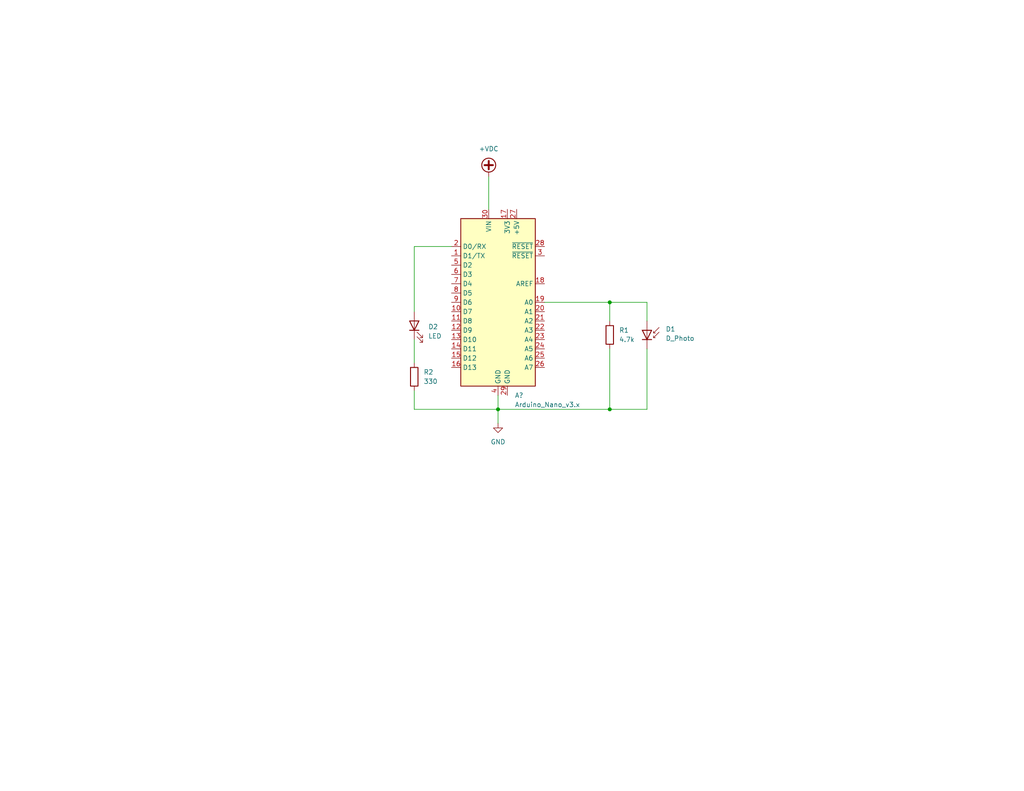
<source format=kicad_sch>
(kicad_sch (version 20211123) (generator eeschema)
  (paper "A")
  (lib_symbols
    (symbol "Device:D_Photo" (pin_numbers hide) (pin_names hide)
      (property "Reference" "D" (at 0.508 1.778 0))
      (property "Value" "D_Photo" (at -1.016 -2.794 0))
      (symbol "D_Photo_0_1"
        (polyline (pts (xy -2.54 1.27) (xy -2.54 -1.27)) (stroke (width 0.254)))
        (polyline (pts (xy -2.032 1.778) (xy -1.524 1.778)))
        (polyline (pts (xy 0 0) (xy -2.54 0)))
        (polyline (pts (xy -0.508 3.302) (xy -2.032 1.778) (xy -2.032 2.286)))
        (polyline (pts (xy 0 -1.27) (xy 0 1.27) (xy -2.54 0) (xy 0 -1.27)) (stroke (width 0.254)))
        (polyline (pts (xy 0.762 3.302) (xy -0.762 1.778) (xy -0.762 2.286) (xy -0.762 1.778) (xy -0.254 1.778)))
      )
      (symbol "D_Photo_1_1"
        (pin passive line (at -5.08 0 0) (length 2.54) (name "K") (number "1"))
        (pin passive line (at 2.54 0 180) (length 2.54) (name "A") (number "2"))
      )
    )
    (symbol "Device:LED" (pin_numbers hide) (pin_names (offset 1.016) hide)
      (property "Reference" "D" (at 0 2.54 0))
      (property "Value" "LED" (at 0 -2.54 0))
      (symbol "LED_0_1"
        (polyline (pts (xy -1.27 -1.27) (xy -1.27 1.27)) (stroke (width 0.254)))
        (polyline (pts (xy -1.27 0) (xy 1.27 0)))
        (polyline (pts (xy 1.27 -1.27) (xy 1.27 1.27) (xy -1.27 0) (xy 1.27 -1.27)) (stroke (width 0.254)))
        (polyline (pts (xy -3.048 -0.762) (xy -4.572 -2.286) (xy -3.81 -2.286) (xy -4.572 -2.286) (xy -4.572 -1.524)))
        (polyline (pts (xy -1.778 -0.762) (xy -3.302 -2.286) (xy -2.54 -2.286) (xy -3.302 -2.286) (xy -3.302 -1.524)))
      )
      (symbol "LED_1_1"
        (pin passive line (at -3.81 0 0) (length 2.54) (name "K") (number "1"))
        (pin passive line (at 3.81 0 180) (length 2.54) (name "A") (number "2"))
      )
    )
    (symbol "Device:R" (pin_numbers hide) (pin_names (offset 0))
      (property "Reference" "R" (at 2.032 0 90))
      (property "Value" "R" (at 0 0 90))
      (symbol "R_0_1"
        (rectangle (start -1.016 -2.54) (end 1.016 2.54) (stroke (width 0.254)))
      )
      (symbol "R_1_1"
        (pin passive line (at 0 3.81 270) (length 1.27) (name "~") (number "1"))
        (pin passive line (at 0 -3.81 90) (length 1.27) (name "~") (number "2"))
      )
    )
    (symbol "MCU_Module:Arduino_Nano_v3.x"
      (property "Reference" "A" (at -10.16 23.495 0))
      (property "Value" "Arduino_Nano_v3.x" (at 5.08 -24.13 0))
      (symbol "Arduino_Nano_v3.x_0_1"
        (rectangle (start -10.16 22.86) (end 10.16 -22.86) (stroke (width 0.254)) (fill (type background)))
      )
      (symbol "Arduino_Nano_v3.x_1_1"
        (pin bidirectional line (at -12.7 12.7 0) (length 2.54) (name "D1/TX") (number "1"))
        (pin bidirectional line (at -12.7 -2.54 0) (length 2.54) (name "D7") (number "10"))
        (pin bidirectional line (at -12.7 -5.08 0) (length 2.54) (name "D8") (number "11"))
        (pin bidirectional line (at -12.7 -7.62 0) (length 2.54) (name "D9") (number "12"))
        (pin bidirectional line (at -12.7 -10.16 0) (length 2.54) (name "D10") (number "13"))
        (pin bidirectional line (at -12.7 -12.7 0) (length 2.54) (name "D11") (number "14"))
        (pin bidirectional line (at -12.7 -15.24 0) (length 2.54) (name "D12") (number "15"))
        (pin bidirectional line (at -12.7 -17.78 0) (length 2.54) (name "D13") (number "16"))
        (pin power_out line (at 2.54 25.4 270) (length 2.54) (name "3V3") (number "17"))
        (pin input line (at 12.7 5.08 180) (length 2.54) (name "AREF") (number "18"))
        (pin bidirectional line (at 12.7 0 180) (length 2.54) (name "A0") (number "19"))
        (pin bidirectional line (at -12.7 15.24 0) (length 2.54) (name "D0/RX") (number "2"))
        (pin bidirectional line (at 12.7 -2.54 180) (length 2.54) (name "A1") (number "20"))
        (pin bidirectional line (at 12.7 -5.08 180) (length 2.54) (name "A2") (number "21"))
        (pin bidirectional line (at 12.7 -7.62 180) (length 2.54) (name "A3") (number "22"))
        (pin bidirectional line (at 12.7 -10.16 180) (length 2.54) (name "A4") (number "23"))
        (pin bidirectional line (at 12.7 -12.7 180) (length 2.54) (name "A5") (number "24"))
        (pin bidirectional line (at 12.7 -15.24 180) (length 2.54) (name "A6") (number "25"))
        (pin bidirectional line (at 12.7 -17.78 180) (length 2.54) (name "A7") (number "26"))
        (pin power_out line (at 5.08 25.4 270) (length 2.54) (name "+5V") (number "27"))
        (pin input line (at 12.7 15.24 180) (length 2.54) (name "~{RESET}") (number "28"))
        (pin power_in line (at 2.54 -25.4 90) (length 2.54) (name "GND") (number "29"))
        (pin input line (at 12.7 12.7 180) (length 2.54) (name "~{RESET}") (number "3"))
        (pin power_in line (at -2.54 25.4 270) (length 2.54) (name "VIN") (number "30"))
        (pin power_in line (at 0 -25.4 90) (length 2.54) (name "GND") (number "4"))
        (pin bidirectional line (at -12.7 10.16 0) (length 2.54) (name "D2") (number "5"))
        (pin bidirectional line (at -12.7 7.62 0) (length 2.54) (name "D3") (number "6"))
        (pin bidirectional line (at -12.7 5.08 0) (length 2.54) (name "D4") (number "7"))
        (pin bidirectional line (at -12.7 2.54 0) (length 2.54) (name "D5") (number "8"))
        (pin bidirectional line (at -12.7 0 0) (length 2.54) (name "D6") (number "9"))
      )
    )
    (symbol "power:+VDC" (power) (pin_names (offset 0))
      (property "Value" "+VDC" (at 0 6.35 0))
      (symbol "+VDC_0_1"
        (polyline (pts (xy -1.143 3.175) (xy 1.143 3.175)) (stroke (width 0.508)))
        (polyline (pts (xy 0 0) (xy 0 1.27)))
        (polyline (pts (xy 0 2.032) (xy 0 4.318)) (stroke (width 0.508)))
        (circle (center 0 3.175) (radius 1.905) (stroke (width 0.254)))
      )
      (symbol "+VDC_1_1"
        (pin power_in line (at 0 0 90) (length 0) hide (name "+VDC") (number "1"))
      )
    )
    (symbol "power:GND" (power) (pin_names (offset 0))
      (property "Value" "GND" (at 0 -3.81 0))
      (symbol "GND_0_1"
        (polyline (pts (xy 0 0) (xy 0 -1.27) (xy 1.27 -1.27) (xy 0 -2.54) (xy -1.27 -1.27) (xy 0 -1.27)))
      )
      (symbol "GND_1_1"
        (pin power_in line (at 0 0 270) (length 0) hide (name "GND") (number "1"))
      )
    )
  )
  (junction (at 166.37 111.76))
  (junction (at 135.89 111.76))
  (junction (at 166.37 82.55))
  (wire (pts (xy 113.03 106.68) (xy 113.03 111.76)))
  (wire (pts (xy 166.37 82.55) (xy 166.37 87.63)))
  (wire (pts (xy 176.53 87.63) (xy 176.53 82.55)))
  (wire (pts (xy 135.89 111.76) (xy 166.37 111.76)))
  (wire (pts (xy 166.37 95.25) (xy 166.37 111.76)))
  (wire (pts (xy 113.03 92.71) (xy 113.03 99.06)))
  (wire (pts (xy 133.35 48.26) (xy 133.35 57.15)))
  (wire (pts (xy 135.89 111.76) (xy 135.89 115.57)))
  (wire (pts (xy 148.59 82.55) (xy 166.37 82.55)))
  (wire (pts (xy 176.53 95.25) (xy 176.53 111.76)))
  (wire (pts (xy 176.53 82.55) (xy 166.37 82.55)))
  (wire (pts (xy 113.03 67.31) (xy 113.03 85.09)))
  (wire (pts (xy 166.37 111.76) (xy 176.53 111.76)))
  (wire (pts (xy 135.89 107.95) (xy 135.89 111.76)))
  (wire (pts (xy 123.19 67.31) (xy 113.03 67.31)))
  (wire (pts (xy 113.03 111.76) (xy 135.89 111.76)))
  (symbol (lib_id "Device:D_Photo") (at 176.53 90.17 270) (mirror x) (unit 1)
    (property "Reference" "D1" (at 181.61 89.8524 90) (effects (justify left)))
    (property "Value" "D_Photo" (at 181.61 92.3924 90) (effects (justify left)))
  )
  (symbol (lib_id "Device:R") (at 113.03 102.87 0) (unit 1)
    (property "Reference" "R2" (at 115.57 101.5999 0) (effects (justify left)))
    (property "Value" "330" (at 115.57 104.1399 0) (effects (justify left)))
  )
  (symbol (lib_id "MCU_Module:Arduino_Nano_v3.x") (at 135.89 82.55 0) (unit 1)
    (property "Reference" "A?" (at 140.4494 107.95 0) (effects (justify left)))
    (property "Value" "Arduino_Nano_v3.x" (at 140.4494 110.49 0) (effects (justify left)))
    (property "Footprint" "Module:Arduino_Nano" (effects hide))
    (property "Datasheet" "http://www.mouser.com/pdfdocs/Gravitech_Arduino_Nano3_0.pdf" (effects hide))
  )
  (symbol (lib_id "Device:R") (at 166.37 91.44 0) (unit 1)
    (property "Reference" "R1" (at 168.91 90.1699 0) (effects (justify left)))
    (property "Value" "4.7k" (at 168.91 92.7099 0) (effects (justify left)))
  )
  (symbol (lib_id "power:GND") (at 135.89 115.57 0) (unit 1)
    (property "Reference" "#PWR?" (effects hide))
    (property "Value" "GND" (at 135.89 120.65 0))
  )
  (symbol (lib_id "Device:LED") (at 113.03 88.9 90) (unit 1)
    (property "Reference" "D2" (at 116.84 89.2174 90) (effects (justify right)))
    (property "Value" "LED" (at 116.84 91.7574 90) (effects (justify right)))
  )
  (symbol (lib_id "power:+VDC") (at 133.35 48.26 0) (unit 1)
    (property "Reference" "#PWR?" (effects hide))
    (property "Value" "+VDC" (at 133.35 40.64 0))
  )
)
</source>
